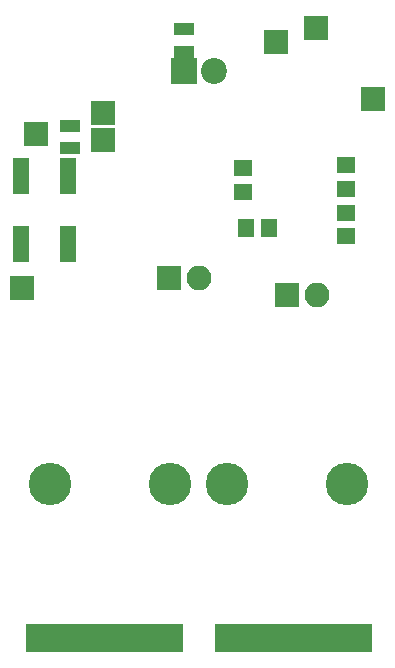
<source format=gbr>
G04 #@! TF.FileFunction,Soldermask,Bot*
%FSLAX46Y46*%
G04 Gerber Fmt 4.6, Leading zero omitted, Abs format (unit mm)*
G04 Created by KiCad (PCBNEW 4.0.7-e2-6376~58~ubuntu16.04.1) date Sat Sep  1 12:55:08 2018*
%MOMM*%
%LPD*%
G01*
G04 APERTURE LIST*
%ADD10C,0.100000*%
%ADD11R,1.650000X1.400000*%
%ADD12R,1.400000X1.650000*%
%ADD13R,1.400000X3.150000*%
%ADD14R,2.100000X2.100000*%
%ADD15O,2.100000X2.100000*%
%ADD16R,1.700000X1.100000*%
%ADD17R,2.200000X2.200000*%
%ADD18C,2.200000*%
%ADD19C,3.600000*%
%ADD20R,7.400000X2.400000*%
G04 APERTURE END LIST*
D10*
D11*
X129946400Y-92998800D03*
X129946400Y-90998800D03*
D12*
X123478800Y-96266000D03*
X121478800Y-96266000D03*
D11*
X129997200Y-95012000D03*
X129997200Y-97012000D03*
D13*
X102444800Y-91867000D03*
X102444800Y-97617000D03*
X106444800Y-97617000D03*
X106444800Y-91867000D03*
D11*
X121208800Y-93252800D03*
X121208800Y-91252800D03*
D14*
X127406400Y-79400400D03*
X125000000Y-102000000D03*
D15*
X127540000Y-102000000D03*
D14*
X114960400Y-100533200D03*
D15*
X117500400Y-100533200D03*
D16*
X106629200Y-87645200D03*
X106629200Y-89545200D03*
D17*
X116250000Y-83000000D03*
D18*
X118790000Y-83000000D03*
D16*
X116230400Y-79466400D03*
X116230400Y-81366400D03*
D14*
X102514400Y-101346000D03*
X109372400Y-86563200D03*
X124002800Y-80518000D03*
X103733600Y-88341200D03*
X132283200Y-85394800D03*
X109372400Y-88849200D03*
D19*
X130080000Y-118000000D03*
X119920000Y-118000000D03*
X115080000Y-118000000D03*
X104920000Y-118000000D03*
D20*
X106500000Y-131000000D03*
X112500000Y-131000000D03*
X122500000Y-131000000D03*
X128500000Y-131000000D03*
M02*

</source>
